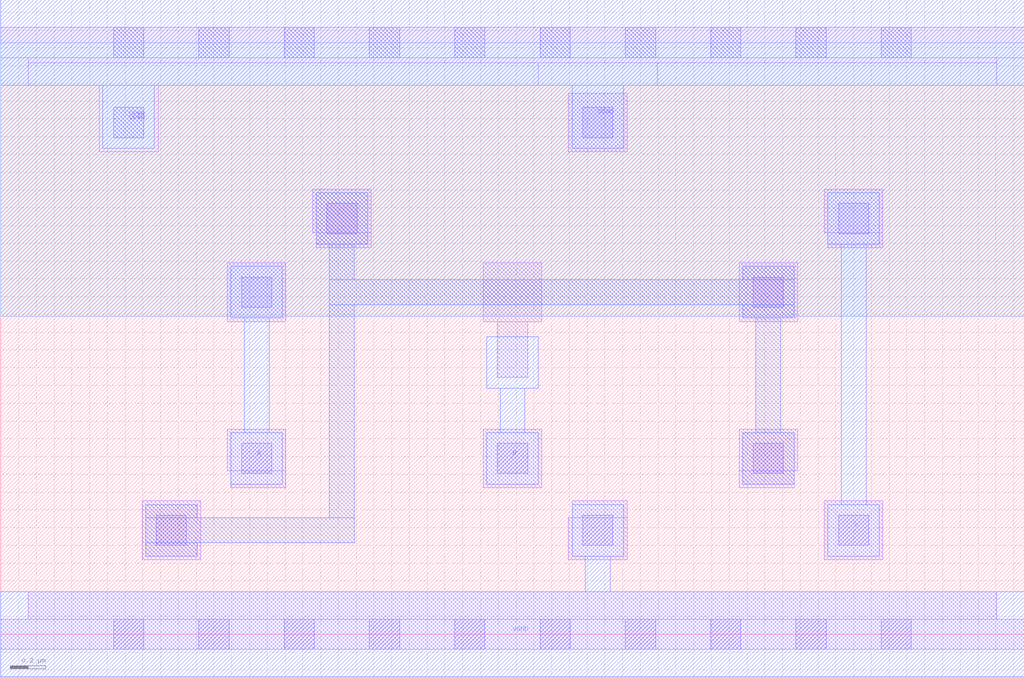
<source format=lef>
VERSION 5.7 ;
  NOWIREEXTENSIONATPIN ON ;
  DIVIDERCHAR "/" ;
  BUSBITCHARS "[]" ;
MACRO AND2X1
  CLASS CORE ;
  FOREIGN AND2X1 ;
  ORIGIN 0.000 0.000 ;
  SIZE 5.760 BY 3.330 ;
  SYMMETRY X Y ;
  SITE unit ;
  PIN A
    ANTENNAGATEAREA 0.189000 ;
    PORT
      LAYER met1 ;
        RECT 1.295 1.780 1.585 2.070 ;
        RECT 1.370 1.135 1.510 1.780 ;
        RECT 1.295 0.845 1.585 1.135 ;
    END
  END A
  PIN B
    ANTENNAGATEAREA 0.189000 ;
    PORT
      LAYER met1 ;
        RECT 2.735 1.385 3.025 1.675 ;
        RECT 2.810 1.135 2.950 1.385 ;
        RECT 2.735 0.845 3.025 1.135 ;
    END
  END B
  PIN VGND
    ANTENNADIFFAREA 0.562100 ;
    PORT
      LAYER met1 ;
        RECT 3.215 0.440 3.505 0.730 ;
        RECT 3.290 0.240 3.430 0.440 ;
        RECT 0.000 -0.240 5.760 0.240 ;
    END
    PORT
      LAYER met1 ;
        RECT 0.000 3.090 5.760 3.570 ;
        RECT 0.575 2.735 0.865 3.090 ;
        RECT 3.215 2.735 3.505 3.090 ;
    END
  END VGND
  PIN VPWR
    ANTENNADIFFAREA 0.663600 ;
    PORT
      LAYER li1 ;
        RECT 0.000 3.245 5.760 3.415 ;
        RECT 0.155 3.215 5.605 3.245 ;
        RECT 0.155 3.090 3.025 3.215 ;
        RECT 3.695 3.090 5.605 3.215 ;
        RECT 0.555 2.715 0.885 3.090 ;
      LAYER mcon ;
        RECT 0.635 3.245 0.805 3.415 ;
        RECT 1.115 3.245 1.285 3.415 ;
        RECT 1.595 3.245 1.765 3.415 ;
        RECT 2.075 3.245 2.245 3.415 ;
        RECT 2.555 3.245 2.725 3.415 ;
        RECT 3.035 3.245 3.205 3.415 ;
        RECT 3.515 3.245 3.685 3.415 ;
        RECT 3.995 3.245 4.165 3.415 ;
        RECT 4.475 3.245 4.645 3.415 ;
        RECT 4.955 3.245 5.125 3.415 ;
        RECT 0.635 2.795 0.805 2.965 ;
    END
  END VPWR
  PIN Y
    ANTENNADIFFAREA 1.031650 ;
    PORT
      LAYER met1 ;
        RECT 4.655 2.195 4.945 2.485 ;
        RECT 4.730 0.730 4.870 2.195 ;
        RECT 4.655 0.440 4.945 0.730 ;
    END
  END Y
  OBS
      LAYER nwell ;
        RECT 0.000 1.790 5.760 3.330 ;
      LAYER li1 ;
        RECT 3.195 2.715 3.525 3.045 ;
        RECT 1.755 2.260 2.085 2.505 ;
        RECT 4.635 2.260 4.965 2.505 ;
        RECT 1.775 2.175 2.085 2.260 ;
        RECT 4.655 2.175 4.965 2.260 ;
        RECT 1.275 1.760 1.605 2.090 ;
        RECT 2.715 1.760 3.045 2.090 ;
        RECT 4.155 1.760 4.485 2.090 ;
        RECT 2.795 1.445 2.965 1.760 ;
        RECT 1.275 0.920 1.605 1.155 ;
        RECT 1.295 0.825 1.605 0.920 ;
        RECT 2.715 0.825 3.045 1.155 ;
        RECT 4.155 0.920 4.485 1.155 ;
        RECT 4.155 0.825 4.465 0.920 ;
        RECT 0.795 0.420 1.125 0.750 ;
        RECT 3.215 0.655 3.525 0.750 ;
        RECT 3.195 0.420 3.525 0.655 ;
        RECT 4.635 0.420 4.965 0.750 ;
        RECT 0.155 0.085 5.605 0.240 ;
        RECT 0.000 -0.085 5.760 0.085 ;
      LAYER mcon ;
        RECT 3.275 2.795 3.445 2.965 ;
        RECT 1.835 2.255 2.005 2.425 ;
        RECT 4.715 2.255 4.885 2.425 ;
        RECT 1.355 1.840 1.525 2.010 ;
        RECT 4.235 1.840 4.405 2.010 ;
        RECT 1.355 0.905 1.525 1.075 ;
        RECT 2.795 0.905 2.965 1.075 ;
        RECT 4.235 0.905 4.405 1.075 ;
        RECT 0.875 0.500 1.045 0.670 ;
        RECT 3.275 0.500 3.445 0.670 ;
        RECT 4.715 0.500 4.885 0.670 ;
        RECT 0.635 -0.085 0.805 0.085 ;
        RECT 1.115 -0.085 1.285 0.085 ;
        RECT 1.595 -0.085 1.765 0.085 ;
        RECT 2.075 -0.085 2.245 0.085 ;
        RECT 2.555 -0.085 2.725 0.085 ;
        RECT 3.035 -0.085 3.205 0.085 ;
        RECT 3.515 -0.085 3.685 0.085 ;
        RECT 3.995 -0.085 4.165 0.085 ;
        RECT 4.475 -0.085 4.645 0.085 ;
        RECT 4.955 -0.085 5.125 0.085 ;
      LAYER met1 ;
        RECT 1.775 2.195 2.065 2.485 ;
        RECT 1.850 1.995 1.990 2.195 ;
        RECT 4.175 1.995 4.465 2.070 ;
        RECT 1.850 1.855 4.465 1.995 ;
        RECT 0.815 0.655 1.105 0.730 ;
        RECT 1.850 0.655 1.990 1.855 ;
        RECT 4.175 1.780 4.465 1.855 ;
        RECT 4.250 1.135 4.390 1.780 ;
        RECT 4.175 0.845 4.465 1.135 ;
        RECT 0.815 0.515 1.990 0.655 ;
        RECT 0.815 0.440 1.105 0.515 ;
  END
END AND2X1
END LIBRARY


</source>
